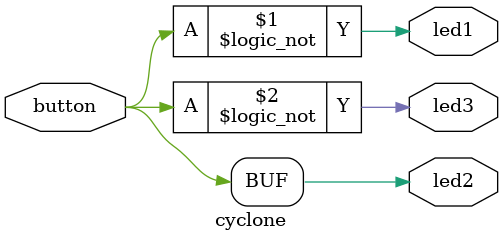
<source format=v>
module cyclone
(
	button,
	led1,
	led2,
	led3
);

input button;
output led1;
output led2;
output led3;

assign led1 = !button;
assign led2 = button;
assign led3 = !button;
	
endmodule
</source>
